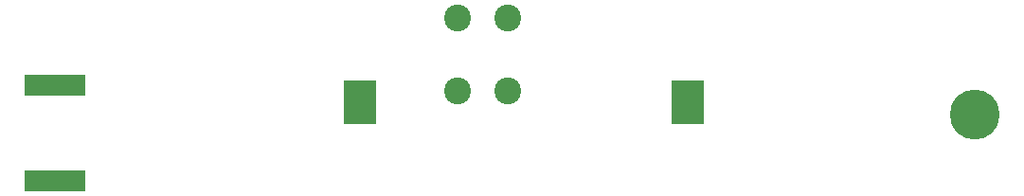
<source format=gbr>
G04 #@! TF.GenerationSoftware,KiCad,Pcbnew,(5.0.0-rc2-dev-311-g1dd4af297)*
G04 #@! TF.CreationDate,2018-03-29T11:26:03-07:00*
G04 #@! TF.ProjectId,Lupo_Testing,4C75706F5F54657374696E672E6B6963,rev?*
G04 #@! TF.SameCoordinates,Original*
G04 #@! TF.FileFunction,Soldermask,Bot*
G04 #@! TF.FilePolarity,Negative*
%FSLAX46Y46*%
G04 Gerber Fmt 4.6, Leading zero omitted, Abs format (unit mm)*
G04 Created by KiCad (PCBNEW (5.0.0-rc2-dev-311-g1dd4af297)) date 03/29/18 11:26:03*
%MOMM*%
%LPD*%
G01*
G04 APERTURE LIST*
%ADD10R,2.940000X3.910000*%
%ADD11R,5.480000X1.900000*%
%ADD12C,4.464000*%
%ADD13C,2.400000*%
G04 APERTURE END LIST*
D10*
X244550000Y-95123000D03*
X215190000Y-95123000D03*
D11*
X187960000Y-102167000D03*
X187960000Y-93667000D03*
D12*
X270129000Y-96266000D03*
D13*
X223901000Y-87607000D03*
X228401000Y-87607000D03*
X223901000Y-94107000D03*
X228401000Y-94107000D03*
M02*

</source>
